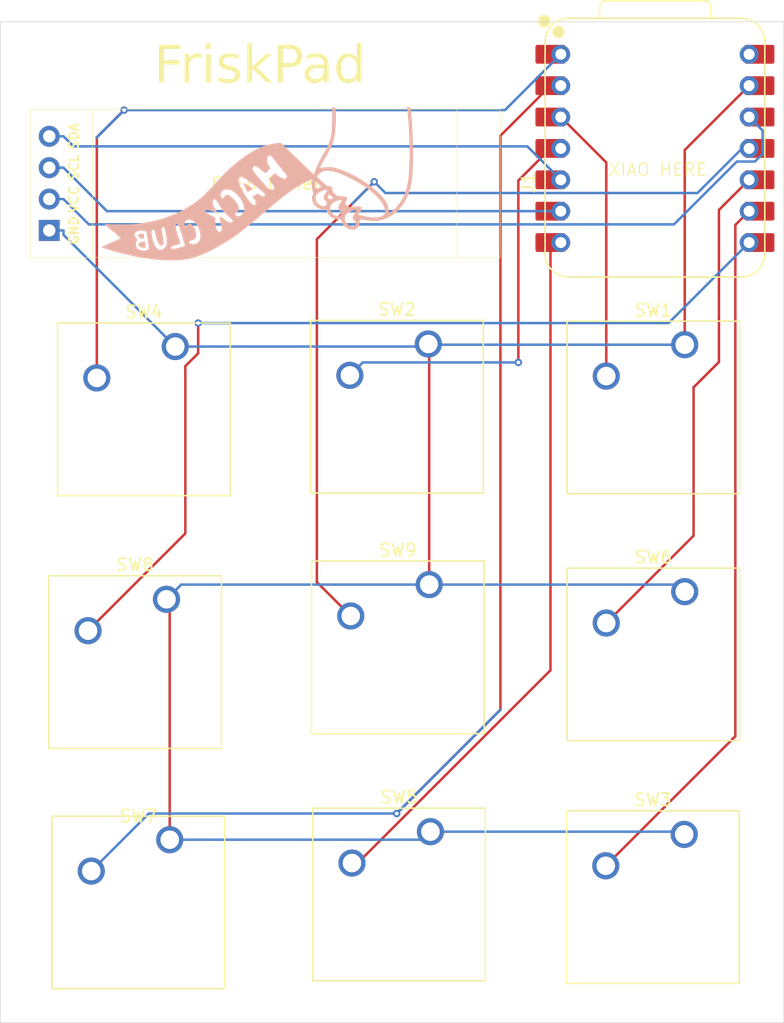
<source format=kicad_pcb>
(kicad_pcb (version 20241229) (generator "pcbnew") (generator_version "9.0")
  (layers (0 "F.Cu" signal) (2 "B.Cu" signal) (13 "F.Paste" user) (15 "B.Paste" user) (5 "F.SilkS" user "F.Silkscreen") (7 "B.SilkS" user "B.Silkscreen") (1 "F.Mask" user) (3 "B.Mask" user) (25 "Edge.Cuts" user))
  (net 0 "")
  (net 1 "Net-(J1-Pin_2)")
  (net 2 "GND")
  (net 3 "Net-(J1-Pin_4)")
  (net 4 "Net-(J1-Pin_3)")
  (net 5 "Net-(U1-GPIO28{slash}ADC2{slash}A2)")
  (net 6 "Net-(U1-GPIO29{slash}ADC3{slash}A3)")
  (net 7 "Net-(U1-GPIO2{slash}SCK)")
  (net 8 "Net-(U1-GPIO26{slash}ADC0{slash}A0)")
  (net 9 "Net-(U1-GPIO0{slash}TX)")
  (net 10 "Net-(U1-GPIO4{slash}MISO)")
  (net 11 "Net-(U1-GPIO27{slash}ADC1{slash}A1)")
  (net 12 "Net-(U1-GPIO1{slash}RX)")
  (net 13 "Net-(U1-GPIO3{slash}MOSI)")
  (footprint "Button_Switch_Keyboard:SW_Cherry_MX_1.00u_PCB" (layer "F.Cu") (at 176.1 126.9)
    (property "Reference" "SW3" (at -2.54 -2.794 0) (layer "F.SilkS"))
    (property "Value" "SW_Push")
    (fp_line (start -9.525 -1.905) (end 4.445 -1.905) (stroke (width 0.12)) (layer "F.SilkS"))
    (fp_line (start -9.525 12.065) (end -9.525 -1.905) (stroke (width 0.12)) (layer "F.SilkS"))
    (fp_line (start 4.445 -1.905) (end 4.445 12.065) (stroke (width 0.12)) (layer "F.SilkS"))
    (fp_line (start 4.445 12.065) (end -9.525 12.065) (stroke (width 0.12)) (layer "F.SilkS"))
    (pad "" np_thru_hole circle (at -7.62 5.08) (size 1.7 1.7) (drill 1.7) (layers "*.Cu" "*.Mask"))
    (pad "" np_thru_hole circle (at -2.54 5.08) (size 4 4) (drill 4) (layers "*.Cu" "*.Mask"))
    (pad "" np_thru_hole circle (at 2.54 5.08) (size 1.7 1.7) (drill 1.7) (layers "*.Cu" "*.Mask"))
    (pad "1" thru_hole circle (at 0 0) (size 2.2 2.2) (drill 1.5) (layers "*.Cu" "*.Mask") (net 2 "GND"))
    (pad "2" thru_hole circle (at -6.35 2.54) (size 2.2 2.2) (drill 1.5) (layers "*.Cu" "*.Mask") (net 7 "Net-(U1-GPIO2{slash}SCK)"))
  )
  (footprint "gethin_library_fresh:SSD1306-0.91-OLED-4pin-128x32" (layer "F.Cu") (at 161.21 80.2 180)
    (property "Reference" "J1" (at -2.27 6.04 90) (layer "F.SilkS"))
    (property "Value" "Conn_01x04")
    (fp_line (start 38 12) (end 38 0) (stroke (width 0.04)) (layer "F.SilkS"))
    (fp_line (start 38 0) (end 0 0) (stroke (width 0.04)) (layer "F.SilkS"))
    (fp_line (start 33 0) (end 33 12) (stroke (width 0.04)) (layer "F.SilkS"))
    (fp_line (start 3.5 0) (end 3.5 12) (stroke (width 0.04)) (layer "F.SilkS"))
    (fp_line (start 0 12) (end 38 12) (stroke (width 0.04)) (layer "F.SilkS"))
    (fp_line (start 0 0) (end 0 12) (stroke (width 0.04)) (layer "F.SilkS"))
    (fp_text user "GND" (at 34.5 2.19 90) (layer "F.SilkS") (effects (font (size 0.75 0.75))))
    (fp_text user "OLED Panel" (at 19 6 0) (layer "F.SilkS"))
    (fp_text user "SDA" (at 34.5 9.81 90) (layer "F.SilkS") (effects (font (size 0.75 0.75))))
    (fp_text user "VCC" (at 34.5 4.73 90) (layer "F.SilkS") (effects (font (size 0.75 0.75))))
    (fp_text user "SCL" (at 34.5 7.27 90) (layer "F.SilkS") (effects (font (size 0.75 0.75))))
    (pad "1" thru_hole rect (at 36.5 2.19 180) (size 1.7 1.7) (drill 1) (layers "*.Cu" "*.Mask") (net 2 "GND"))
    (pad "2" thru_hole oval (at 36.5 4.73 180) (size 1.7 1.7) (drill 1) (layers "*.Cu" "*.Mask") (net 1 "Net-(J1-Pin_2)"))
    (pad "3" thru_hole oval (at 36.5 7.27 180) (size 1.7 1.7) (drill 1) (layers "*.Cu" "*.Mask") (net 4 "Net-(J1-Pin_3)"))
    (pad "4" thru_hole oval (at 36.5 9.81 180) (size 1.7 1.7) (drill 1) (layers "*.Cu" "*.Mask") (net 3 "Net-(J1-Pin_4)"))
  )
  (footprint "Button_Switch_Keyboard:SW_Cherry_MX_1.00u_PCB" (layer "F.Cu") (at 134.46 127.33)
    (property "Reference" "SW7" (at -2.54 -1.905 0) (layer "F.SilkS"))
    (property "Value" "SW_Push")
    (fp_line (start -9.525 -1.905) (end 4.445 -1.905) (stroke (width 0.12)) (layer "F.SilkS"))
    (fp_line (start -9.525 12.065) (end -9.525 -1.905) (stroke (width 0.12)) (layer "F.SilkS"))
    (fp_line (start 4.445 -1.905) (end 4.445 12.065) (stroke (width 0.12)) (layer "F.SilkS"))
    (fp_line (start 4.445 12.065) (end -9.525 12.065) (stroke (width 0.12)) (layer "F.SilkS"))
    (pad "" np_thru_hole circle (at -7.62 5.08) (size 1.7 1.7) (drill 1.7) (layers "*.Cu" "*.Mask"))
    (pad "" np_thru_hole circle (at -2.54 5.08) (size 4 4) (drill 4) (layers "*.Cu" "*.Mask"))
    (pad "" np_thru_hole circle (at 2.54 5.08) (size 1.7 1.7) (drill 1.7) (layers "*.Cu" "*.Mask"))
    (pad "1" thru_hole circle (at 0 0) (size 2.2 2.2) (drill 1.5) (layers "*.Cu" "*.Mask") (net 2 "GND"))
    (pad "2" thru_hole circle (at -6.35 2.54) (size 2.2 2.2) (drill 1.5) (layers "*.Cu" "*.Mask") (net 11 "Net-(U1-GPIO27{slash}ADC1{slash}A1)"))
  )
  (footprint "gethin_footprints:XIAO-RP2040-DIP" (layer "F.Cu") (at 173.73 71.37)
    (property "Reference" "U1" (hide yes))
    (property "Value" "XIAO-RP2040-DIP")
    (fp_line (start -8.89 8.509) (end -8.89 -8.636) (stroke (width 0.127)) (layer "F.SilkS"))
    (fp_line (start -6.985 10.414) (end 6.985 10.414) (stroke (width 0.127)) (layer "F.SilkS"))
    (fp_line (start -4.495 -10.541) (end -4.491272 -11.451272) (stroke (width 0.127)) (layer "F.SilkS"))
    (fp_line (start -3.991272 -11.951) (end 4.004 -11.951) (stroke (width 0.127)) (layer "F.SilkS"))
    (fp_line (start 4.504 -11.451) (end 4.504 -10.541) (stroke (width 0.127)) (layer "F.SilkS"))
    (fp_line (start 6.985 -10.541) (end -6.985 -10.541) (stroke (width 0.1)) (layer "F.SilkS"))
    (fp_line (start 6.985 -10.541) (end -6.985 -10.541) (stroke (width 0.127)) (layer "F.SilkS"))
    (fp_line (start 8.89 8.509) (end 8.89 -8.636) (stroke (width 0.127)) (layer "F.SilkS"))
    (fp_arc (start -8.89 -8.636) (mid -8.332038 -9.983038) (end -6.985 -10.541) (stroke (width 0.127)) (layer "F.SilkS"))
    (fp_arc (start -6.985 10.414) (mid -8.332038 9.856038) (end -8.89 8.509) (stroke (width 0.127)) (layer "F.SilkS"))
    (fp_arc (start -4.491272 -11.451272) (mid -4.344724 -11.804644) (end -3.991272 -11.951) (stroke (width 0.127)) (layer "F.SilkS"))
    (fp_arc (start 4.004 -11.951) (mid 4.357553 -11.804553) (end 4.504 -11.451) (stroke (width 0.127)) (layer "F.SilkS"))
    (fp_arc (start 6.985 -10.541) (mid 8.332038 -9.983038) (end 8.89 -8.636) (stroke (width 0.127)) (layer "F.SilkS"))
    (fp_arc (start 8.89 8.509) (mid 8.332038 9.856038) (end 6.985 10.414) (stroke (width 0.127)) (layer "F.SilkS"))
    (fp_circle (center -8.95 -10.3) (end -8.95 -10.554) (stroke (width 0.5)) (fill yes) (layer "F.SilkS"))
    (fp_circle (center -7.807 -9.42) (end -7.807 -9.674) (stroke (width 0.5)) (fill yes) (layer "F.SilkS"))
    (pad "1" smd roundrect (at -8.455 -7.62 180) (size 2.432 1.524) (layers "F.Cu" "F.Mask") (roundrect_rratio 0.1) (net 8 "Net-(U1-GPIO26{slash}ADC0{slash}A0)"))
    (pad "1" thru_hole circle (at -7.62 -7.62 180) (size 1.524 1.524) (drill 0.889) (layers "*.Cu" "*.Mask") (net 8 "Net-(U1-GPIO26{slash}ADC0{slash}A0)"))
    (pad "2" smd roundrect (at -8.455 -5.08 180) (size 2.432 1.524) (layers "F.Cu" "F.Mask") (roundrect_rratio 0.1) (net 11 "Net-(U1-GPIO27{slash}ADC1{slash}A1)"))
    (pad "2" thru_hole circle (at -7.62 -5.08 180) (size 1.524 1.524) (drill 0.889) (layers "*.Cu" "*.Mask") (net 11 "Net-(U1-GPIO27{slash}ADC1{slash}A1)"))
    (pad "3" smd roundrect (at -8.455 -2.54 180) (size 2.432 1.524) (layers "F.Cu" "F.Mask") (roundrect_rratio 0.1) (net 5 "Net-(U1-GPIO28{slash}ADC2{slash}A2)"))
    (pad "3" thru_hole circle (at -7.62 -2.54 180) (size 1.524 1.524) (drill 0.889) (layers "*.Cu" "*.Mask") (net 5 "Net-(U1-GPIO28{slash}ADC2{slash}A2)"))
    (pad "4" smd roundrect (at -8.455 0 180) (size 2.432 1.524) (layers "F.Cu" "F.Mask") (roundrect_rratio 0.1) (net 6 "Net-(U1-GPIO29{slash}ADC3{slash}A3)"))
    (pad "4" thru_hole circle (at -7.62 0 180) (size 1.524 1.524) (drill 0.889) (layers "*.Cu" "*.Mask") (net 6 "Net-(U1-GPIO29{slash}ADC3{slash}A3)"))
    (pad "5" smd roundrect (at -8.455 2.54 180) (size 2.432 1.524) (layers "F.Cu" "F.Mask") (roundrect_rratio 0.1) (net 3 "Net-(J1-Pin_4)"))
    (pad "5" thru_hole circle (at -7.62 2.54 180) (size 1.524 1.524) (drill 0.889) (layers "*.Cu" "*.Mask") (net 3 "Net-(J1-Pin_4)"))
    (pad "6" smd roundrect (at -8.455 5.08 180) (size 2.432 1.524) (layers "F.Cu" "F.Mask") (roundrect_rratio 0.1) (net 4 "Net-(J1-Pin_3)"))
    (pad "6" thru_hole circle (at -7.62 5.08 180) (size 1.524 1.524) (drill 0.889) (layers "*.Cu" "*.Mask") (net 4 "Net-(J1-Pin_3)"))
    (pad "7" smd roundrect (at -8.455 7.62 180) (size 2.432 1.524) (layers "F.Cu" "F.Mask") (roundrect_rratio 0.1) (net 9 "Net-(U1-GPIO0{slash}TX)"))
    (pad "7" thru_hole circle (at -7.62 7.62 180) (size 1.524 1.524) (drill 0.889) (layers "*.Cu" "*.Mask") (net 9 "Net-(U1-GPIO0{slash}TX)"))
    (pad "8" thru_hole circle (at 7.62 7.62) (size 1.524 1.524) (drill 0.889) (layers "*.Cu" "*.Mask") (net 12 "Net-(U1-GPIO1{slash}RX)"))
    (pad "8" smd roundrect (at 8.455 7.62) (size 2.432 1.524) (layers "F.Cu" "F.Mask") (roundrect_rratio 0.1) (net 12 "Net-(U1-GPIO1{slash}RX)"))
    (pad "9" thru_hole circle (at 7.62 5.08) (size 1.524 1.524) (drill 0.889) (layers "*.Cu" "*.Mask") (net 7 "Net-(U1-GPIO2{slash}SCK)"))
    (pad "9" smd roundrect (at 8.455 5.08) (size 2.432 1.524) (layers "F.Cu" "F.Mask") (roundrect_rratio 0.1) (net 7 "Net-(U1-GPIO2{slash}SCK)"))
    (pad "10" thru_hole circle (at 7.62 2.54) (size 1.524 1.524) (drill 0.889) (layers "*.Cu" "*.Mask") (net 10 "Net-(U1-GPIO4{slash}MISO)"))
    (pad "10" smd roundrect (at 8.455 2.54) (size 2.432 1.524) (layers "F.Cu" "F.Mask") (roundrect_rratio 0.1) (net 10 "Net-(U1-GPIO4{slash}MISO)"))
    (pad "11" thru_hole circle (at 7.62 0) (size 1.524 1.524) (drill 0.889) (layers "*.Cu" "*.Mask") (net 13 "Net-(U1-GPIO3{slash}MOSI)"))
    (pad "11" smd roundrect (at 8.455 0) (size 2.432 1.524) (layers "F.Cu" "F.Mask") (roundrect_rratio 0.1) (net 13 "Net-(U1-GPIO3{slash}MOSI)"))
    (pad "12" thru_hole circle (at 7.62 -2.54) (size 1.524 1.524) (drill 0.889) (layers "*.Cu" "*.Mask") (net 1 "Net-(J1-Pin_2)"))
    (pad "12" smd roundrect (at 8.455 -2.54) (size 2.432 1.524) (layers "F.Cu" "F.Mask") (roundrect_rratio 0.1) (net 1 "Net-(J1-Pin_2)"))
    (pad "13" thru_hole circle (at 7.62 -5.08) (size 1.524 1.524) (drill 0.889) (layers "*.Cu" "*.Mask") (net 2 "GND"))
    (pad "13" smd roundrect (at 8.455 -5.08) (size 2.432 1.524) (layers "F.Cu" "F.Mask") (roundrect_rratio 0.1) (net 2 "GND"))
    (pad "14" thru_hole circle (at 7.62 -7.62) (size 1.524 1.524) (drill 0.889) (layers "*.Cu" "*.Mask"))
    (pad "14" smd roundrect (at 8.455 -7.62) (size 2.432 1.524) (layers "F.Cu" "F.Mask") (roundrect_rratio 0.1))
  )
  (footprint "Button_Switch_Keyboard:SW_Cherry_MX_1.00u_PCB" (layer "F.Cu") (at 134.2 107.87)
    (property "Reference" "SW8" (at -2.54 -2.794 0) (layer "F.SilkS"))
    (property "Value" "SW_Push")
    (fp_line (start -9.525 -1.905) (end 4.445 -1.905) (stroke (width 0.12)) (layer "F.SilkS"))
    (fp_line (start -9.525 12.065) (end -9.525 -1.905) (stroke (width 0.12)) (layer "F.SilkS"))
    (fp_line (start 4.445 -1.905) (end 4.445 12.065) (stroke (width 0.12)) (layer "F.SilkS"))
    (fp_line (start 4.445 12.065) (end -9.525 12.065) (stroke (width 0.12)) (layer "F.SilkS"))
    (pad "" np_thru_hole circle (at -7.62 5.08) (size 1.7 1.7) (drill 1.7) (layers "*.Cu" "*.Mask"))
    (pad "" np_thru_hole circle (at -2.54 5.08) (size 4 4) (drill 4) (layers "*.Cu" "*.Mask"))
    (pad "" np_thru_hole circle (at 2.54 5.08) (size 1.7 1.7) (drill 1.7) (layers "*.Cu" "*.Mask"))
    (pad "1" thru_hole circle (at 0 0) (size 2.2 2.2) (drill 1.5) (layers "*.Cu" "*.Mask") (net 2 "GND"))
    (pad "2" thru_hole circle (at -6.35 2.54) (size 2.2 2.2) (drill 1.5) (layers "*.Cu" "*.Mask") (net 12 "Net-(U1-GPIO1{slash}RX)"))
  )
  (footprint "Button_Switch_Keyboard:SW_Cherry_MX_1.00u_PCB" (layer "F.Cu") (at 176.14 107.25)
    (property "Reference" "SW6" (at -2.54 -2.794 0) (layer "F.SilkS"))
    (property "Value" "SW_Push")
    (fp_line (start -9.525 -1.905) (end 4.445 -1.905) (stroke (width 0.12)) (layer "F.SilkS"))
    (fp_line (start -9.525 12.065) (end -9.525 -1.905) (stroke (width 0.12)) (layer "F.SilkS"))
    (fp_line (start 4.445 -1.905) (end 4.445 12.065) (stroke (width 0.12)) (layer "F.SilkS"))
    (fp_line (start 4.445 12.065) (end -9.525 12.065) (stroke (width 0.12)) (layer "F.SilkS"))
    (pad "" np_thru_hole circle (at -7.62 5.08) (size 1.7 1.7) (drill 1.7) (layers "*.Cu" "*.Mask"))
    (pad "" np_thru_hole circle (at -2.54 5.08) (size 4 4) (drill 4) (layers "*.Cu" "*.Mask"))
    (pad "" np_thru_hole circle (at 2.54 5.08) (size 1.7 1.7) (drill 1.7) (layers "*.Cu" "*.Mask"))
    (pad "1" thru_hole circle (at 0 0) (size 2.2 2.2) (drill 1.5) (layers "*.Cu" "*.Mask") (net 2 "GND"))
    (pad "2" thru_hole circle (at -6.35 2.54) (size 2.2 2.2) (drill 1.5) (layers "*.Cu" "*.Mask") (net 10 "Net-(U1-GPIO4{slash}MISO)"))
  )
  (footprint "Button_Switch_Keyboard:SW_Cherry_MX_1.00u_PCB" (layer "F.Cu") (at 134.91 87.41)
    (property "Reference" "SW4" (at -2.54 -2.794 0) (layer "F.SilkS"))
    (property "Value" "SW_Push")
    (fp_line (start -9.525 -1.905) (end 4.445 -1.905) (stroke (width 0.12)) (layer "F.SilkS"))
    (fp_line (start -9.525 12.065) (end -9.525 -1.905) (stroke (width 0.12)) (layer "F.SilkS"))
    (fp_line (start 4.445 -1.905) (end 4.445 12.065) (stroke (width 0.12)) (layer "F.SilkS"))
    (fp_line (start 4.445 12.065) (end -9.525 12.065) (stroke (width 0.12)) (layer "F.SilkS"))
    (pad "" np_thru_hole circle (at -7.62 5.08) (size 1.7 1.7) (drill 1.7) (layers "*.Cu" "*.Mask"))
    (pad "" np_thru_hole circle (at -2.54 5.08) (size 4 4) (drill 4) (layers "*.Cu" "*.Mask"))
    (pad "" np_thru_hole circle (at 2.54 5.08) (size 1.7 1.7) (drill 1.7) (layers "*.Cu" "*.Mask"))
    (pad "1" thru_hole circle (at 0 0) (size 2.2 2.2) (drill 1.5) (layers "*.Cu" "*.Mask") (net 2 "GND"))
    (pad "2" thru_hole circle (at -6.35 2.54) (size 2.2 2.2) (drill 1.5) (layers "*.Cu" "*.Mask") (net 8 "Net-(U1-GPIO26{slash}ADC0{slash}A0)"))
  )
  (footprint "Button_Switch_Keyboard:SW_Cherry_MX_1.00u_PCB" (layer "F.Cu") (at 155.39 87.2)
    (property "Reference" "SW2" (at -2.54 -2.794 0) (layer "F.SilkS"))
    (property "Value" "SW_Push")
    (fp_line (start -9.525 -1.905) (end 4.445 -1.905) (stroke (width 0.12)) (layer "F.SilkS"))
    (fp_line (start -9.525 12.065) (end -9.525 -1.905) (stroke (width 0.12)) (layer "F.SilkS"))
    (fp_line (start 4.445 -1.905) (end 4.445 12.065) (stroke (width 0.12)) (layer "F.SilkS"))
    (fp_line (start 4.445 12.065) (end -9.525 12.065) (stroke (width 0.12)) (layer "F.SilkS"))
    (pad "" np_thru_hole circle (at -7.62 5.08) (size 1.7 1.7) (drill 1.7) (layers "*.Cu" "*.Mask"))
    (pad "" np_thru_hole circle (at -2.54 5.08) (size 4 4) (drill 4) (layers "*.Cu" "*.Mask"))
    (pad "" np_thru_hole circle (at 2.54 5.08) (size 1.7 1.7) (drill 1.7) (layers "*.Cu" "*.Mask"))
    (pad "1" thru_hole circle (at 0 0) (size 2.2 2.2) (drill 1.5) (layers "*.Cu" "*.Mask") (net 2 "GND"))
    (pad "2" thru_hole circle (at -6.35 2.54) (size 2.2 2.2) (drill 1.5) (layers "*.Cu" "*.Mask") (net 6 "Net-(U1-GPIO29{slash}ADC3{slash}A3)"))
  )
  (footprint "Button_Switch_Keyboard:SW_Cherry_MX_1.00u_PCB" (layer "F.Cu") (at 155.56 126.68)
    (property "Reference" "SW5" (at -2.54 -2.794 0) (layer "F.SilkS"))
    (property "Value" "SW_Push")
    (fp_line (start -9.525 -1.905) (end 4.445 -1.905) (stroke (width 0.12)) (layer "F.SilkS"))
    (fp_line (start -9.525 12.065) (end -9.525 -1.905) (stroke (width 0.12)) (layer "F.SilkS"))
    (fp_line (start 4.445 -1.905) (end 4.445 12.065) (stroke (width 0.12)) (layer "F.SilkS"))
    (fp_line (start 4.445 12.065) (end -9.525 12.065) (stroke (width 0.12)) (layer "F.SilkS"))
    (pad "" np_thru_hole circle (at -7.62 5.08) (size 1.7 1.7) (drill 1.7) (layers "*.Cu" "*.Mask"))
    (pad "" np_thru_hole circle (at -2.54 5.08) (size 4 4) (drill 4) (layers "*.Cu" "*.Mask"))
    (pad "" np_thru_hole circle (at 2.54 5.08) (size 1.7 1.7) (drill 1.7) (layers "*.Cu" "*.Mask"))
    (pad "1" thru_hole circle (at 0 0) (size 2.2 2.2) (drill 1.5) (layers "*.Cu" "*.Mask") (net 2 "GND"))
    (pad "2" thru_hole circle (at -6.35 2.54) (size 2.2 2.2) (drill 1.5) (layers "*.Cu" "*.Mask") (net 9 "Net-(U1-GPIO0{slash}TX)"))
  )
  (footprint "Button_Switch_Keyboard:SW_Cherry_MX_1.00u_PCB" (layer "F.Cu") (at 155.46 106.68)
    (property "Reference" "SW9" (at -2.54 -2.794 0) (layer "F.SilkS"))
    (property "Value" "SW_Push")
    (fp_line (start -9.525 -1.905) (end 4.445 -1.905) (stroke (width 0.12)) (layer "F.SilkS"))
    (fp_line (start -9.525 12.065) (end -9.525 -1.905) (stroke (width 0.12)) (layer "F.SilkS"))
    (fp_line (start 4.445 -1.905) (end 4.445 12.065) (stroke (width 0.12)) (layer "F.SilkS"))
    (fp_line (start 4.445 12.065) (end -9.525 12.065) (stroke (width 0.12)) (layer "F.SilkS"))
    (pad "" np_thru_hole circle (at -7.62 5.08) (size 1.7 1.7) (drill 1.7) (layers "*.Cu" "*.Mask"))
    (pad "" np_thru_hole circle (at -2.54 5.08) (size 4 4) (drill 4) (layers "*.Cu" "*.Mask"))
    (pad "" np_thru_hole circle (at 2.54 5.08) (size 1.7 1.7) (drill 1.7) (layers "*.Cu" "*.Mask"))
    (pad "1" thru_hole circle (at 0 0) (size 2.2 2.2) (drill 1.5) (layers "*.Cu" "*.Mask") (net 2 "GND"))
    (pad "2" thru_hole circle (at -6.35 2.54) (size 2.2 2.2) (drill 1.5) (layers "*.Cu" "*.Mask") (net 13 "Net-(U1-GPIO3{slash}MOSI)"))
  )
  (footprint "Button_Switch_Keyboard:SW_Cherry_MX_1.00u_PCB" (layer "F.Cu") (at 176.14 87.26)
    (property "Reference" "SW1" (at -2.54 -2.794 0) (layer "F.SilkS"))
    (property "Value" "SW_Push")
    (fp_line (start -9.525 -1.905) (end 4.445 -1.905) (stroke (width 0.12)) (layer "F.SilkS"))
    (fp_line (start -9.525 12.065) (end -9.525 -1.905) (stroke (width 0.12)) (layer "F.SilkS"))
    (fp_line (start 4.445 -1.905) (end 4.445 12.065) (stroke (width 0.12)) (layer "F.SilkS"))
    (fp_line (start 4.445 12.065) (end -9.525 12.065) (stroke (width 0.12)) (layer "F.SilkS"))
    (pad "" np_thru_hole circle (at -7.62 5.08) (size 1.7 1.7) (drill 1.7) (layers "*.Cu" "*.Mask"))
    (pad "" np_thru_hole circle (at -2.54 5.08) (size 4 4) (drill 4) (layers "*.Cu" "*.Mask"))
    (pad "" np_thru_hole circle (at 2.54 5.08) (size 1.7 1.7) (drill 1.7) (layers "*.Cu" "*.Mask"))
    (pad "1" thru_hole circle (at 0 0) (size 2.2 2.2) (drill 1.5) (layers "*.Cu" "*.Mask") (net 2 "GND"))
    (pad "2" thru_hole circle (at -6.35 2.54) (size 2.2 2.2) (drill 1.5) (layers "*.Cu" "*.Mask") (net 5 "Net-(U1-GPIO28{slash}ADC2{slash}A2)"))
  )
  (footprint "LOGO" (layer "B.Cu") (at 141.611711 75.169904 180)
    (property "Reference" "." (at 0 0 0) (layer "B.SilkS") (effects (font (size 1.5 1.5) (thickness 0.3)) (justify mirror)))
    (property "Value" "LOGO" (hide yes))
    (fp_poly (pts (xy 9.379735 -3.754692) (xy 9.560105 -3.801955) (xy 9.668189 -3.883793) (xy 9.70674 -3.983803) (xy 9.678506 -4.085581) (xy 9.586238 -4.172726) (xy 9.432687 -4.228832) (xy 9.298214 -4.240892) (xy 9.168802 -4.237212) (xy 9.086694 -4.227802) (xy 9.071428 -4.220446) (xy 9.080169 -4.168201) (xy 9.102595 -4.056216) (xy 9.12169 -3.965636) (xy 9.171952 -3.731272)) (fill yes) (layer "B.SilkS"))
    (fp_poly (pts (xy 9.371813 -3.084817) (xy 9.506848 -3.112658) (xy 9.593035 -3.130507) (xy 9.681558 -3.1841) (xy 9.707794 -3.27666) (xy 9.670621 -3.380162) (xy 9.605622 -3.44457) (xy 9.488089 -3.499306) (xy 9.364131 -3.517192) (xy 9.261897 -3.499247) (xy 9.209532 -3.446494) (xy 9.2075 -3.430133) (xy 9.216335 -3.324308) (xy 9.235741 -3.20388) (xy 9.266319 -3.106979) (xy 9.319572 -3.078523)) (fill yes) (layer "B.SilkS"))
    (fp_poly (pts (xy 1.168077 0.960231) (xy 1.171378 0.906885) (xy 1.133361 0.80239) (xy 1.051085 0.633995) (xy 1.045084 0.622368) (xy 0.953172 0.445677) (xy 0.889254 0.338523) (xy 0.837806 0.290853) (xy 0.783301 0.292609) (xy 0.710212 0.333739) (xy 0.655553 0.370105) (xy 0.541068 0.447703) (xy 0.45801 0.507085) (xy 0.438628 0.522494) (xy 0.458305 0.557375) (xy 0.53698 0.623967) (xy 0.65477 0.709185) (xy 0.791794 0.79994) (xy 0.928167 0.883147) (xy 1.044007 0.945718) (xy 1.119432 0.974567) (xy 1.126396 0.975179)) (fill yes) (layer "B.SilkS"))
    (fp_poly (pts (xy -12.192242 7.14375) (xy -12.054548 7.14375) (xy -12.082012 6.905625) (xy -12.135521 6.375864) (xy -12.179695 5.803731) (xy -12.214346 5.203302) (xy -12.239292 4.588655) (xy -12.254345 3.973866) (xy -12.25932 3.37301) (xy -12.254033 2.800166) (xy -12.238298 2.269408) (xy -12.211929 1.794814) (xy -12.174741 1.390461) (xy -12.1565 1.249482) (xy -12.047548 0.676403) (xy -11.892005 0.171192) (xy -11.684104 -0.279288) (xy -11.418081 -0.688177) (xy -11.183138 -0.968747) (xy -11.075016 -1.075549) (xy -10.942866 -1.191293) (xy -10.80771 -1.299391) (xy -10.690571 -1.383249) (xy -10.612472 -1.426277) (xy -10.60027 -1.42875) (xy -10.58688 -1.387484) (xy -10.579624 -1.337776) (xy -10.275613 -1.337776) (xy -10.220092 -1.521624) (xy -10.088098 -1.657603) (xy -9.879258 -1.746041) (xy -9.593197 -1.787267) (xy -9.472294 -1.790611) (xy -9.241228 -1.781304) (xy -8.981751 -1.756041) (xy -8.770993 -1.723919) (xy -8.579287 -1.684577) (xy -8.402738 -1.643777) (xy -8.276464 -1.609692) (xy -8.266999 -1.606653) (xy -8.116777 -1.557076) (xy -8.253925 -1.370584) (xy -8.357669 -1.194597) (xy -8.362829 -1.168964) (xy -7.964977 -1.168964) (xy -7.948772 -1.209959) (xy -7.895126 -1.305807) (xy -7.820939 -1.427259) (xy -7.705798 -1.645232) (xy -7.665467 -1.820501) (xy -7.699698 -1.961303) (xy -7.801429 -2.070921) (xy -7.91001 -2.183556) (xy -7.928511 -2.296972) (xy -7.857497 -2.415579) (xy -7.846786 -2.426607) (xy -7.731721 -2.501904) (xy -7.592054 -2.508947) (xy -7.452864 -2.469078) (xy -7.263903 -2.356495) (xy -7.111764 -2.188554) (xy -7.028333 -2.010872) (xy -7.014436 -1.801944) (xy -7.08445 -1.610441) (xy -7.232121 -1.443814) (xy -7.451194 -1.30951) (xy -7.686432 -1.226966) (xy -7.828583 -1.192129) (xy -7.929813 -1.171456) (xy -7.964977 -1.168964) (xy -8.362829 -1.168964) (xy -8.368763 -1.139482) (xy -7.030358 -1.139482) (xy -7.008294 -1.153058) (xy -6.947998 -1.094792) (xy -6.933858 -1.077232) (xy -6.894631 -1.023506) (xy -6.918119 -1.034769) (xy -6.950983 -1.060107) (xy -7.0138 -1.116059) (xy -7.030358 -1.139482) (xy -8.368763 -1.139482) (xy -8.385882 -1.054433) (xy -8.358536 -0.997857) (xy -6.848929 -0.997857) (xy -6.82625 -1.020535) (xy -6.803572 -0.997857) (xy -6.82625 -0.975178) (xy -6.848929 -0.997857) (xy -8.358536 -0.997857) (xy -8.337977 -0.955321) (xy -8.303339 -0.931417) (xy -8.193677 -0.901533) (xy -8.027926 -0.887322) (xy -7.839336 -0.888689) (xy -7.661152 -0.905542) (xy -7.53805 -0.933562) (xy -7.446614 -0.956837) (xy -7.369972 -0.943454) (xy -7.275214 -0.883438) (xy -7.213782 -0.835257) (xy -7.109652 -0.74411) (xy -7.04319 -0.67159) (xy -7.030358 -0.645902) (xy -7.056097 -0.583978) (xy -7.118305 -0.492163) (xy -7.121072 -0.488626) (xy -7.194017 -0.352535) (xy -6.785691 -0.352535) (xy -6.769486 -0.39353) (xy -6.71584 -0.489378) (xy -6.641653 -0.61083) (xy -6.526512 -0.828803) (xy -6.486182 -1.004072) (xy -6.520413 -1.144874) (xy -6.622143 -1.254493) (xy -6.730724 -1.367128) (xy -6.749226 -1.480543) (xy -6.678211 -1.599151) (xy -6.6675 -1.610178) (xy -6.552435 -1.685475) (xy -6.412769 -1.692519) (xy -6.273578 -1.65265) (xy -6.084617 -1.540067) (xy -5.932478 -1.372126) (xy -5.849047 -1.194443) (xy -5.835151 -0.985515) (xy -5.905165 -0.794013) (xy -6.052835 -0.627385) (xy -6.271908 -0.493082) (xy -6.507147 -0.410537) (xy -6.649297 -0.375701) (xy -6.750527 -0.355027) (xy -6.785691 -0.352535) (xy -7.194017 -0.352535) (xy -7.195354 -0.350041) (xy -7.20343 -0.222992) (xy -6.078982 -0.222992) (xy -5.976366 -0.279978) (xy -5.88636 -0.325457) (xy -5.826637 -0.325354) (xy -5.753251 -0.274436) (xy -5.723707 -0.249892) (xy -5.65382 -0.176817) (xy -5.650913 -0.108228) (xy -5.673155 -0.058633) (xy -5.720142 0.026928) (xy -5.744502 0.064936) (xy -5.783661 0.047894) (xy -5.864437 -0.017294) (xy -5.920349 -0.069239) (xy -6.078982 -0.222992) (xy -7.20343 -0.222992) (xy -7.203469 -0.222379) (xy -7.145236 -0.12853) (xy -7.124054 -0.114988) (xy -7.034812 -0.090835) (xy -6.887947 -0.073889) (xy -6.728737 -0.068035) (xy -6.563192 -0.065461) (xy -6.453941 -0.048455) (xy -6.366562 -0.003089) (xy -6.266636 0.084563) (xy -6.206705 0.143188) (xy -6.090041 0.264469) (xy -6.02942 0.35077) (xy -6.011916 0.426039) (xy -6.016339 0.463893) (xy -5.606406 0.463893) (xy -5.590201 0.422898) (xy -5.536555 0.327051) (xy -5.462367 0.205598) (xy -5.347226 -0.012375) (xy -5.306896 -0.187644) (xy -5.341127 -0.328446) (xy -5.442858 -0.438064) (xy -5.551438 -0.550699) (xy -5.56994 -0.664115) (xy -5.498925 -0.782722) (xy -5.488215 -0.79375) (xy -5.373149 -0.869046) (xy -5.233483 -0.87609) (xy -5.094293 -0.836221) (xy -4.905331 -0.723638) (xy -4.753193 -0.555697) (xy -4.669761 -0.378015) (xy -4.655865 -0.169086) (xy -4.725879 0.022416) (xy -4.873549 0.189044) (xy -5.092623 0.323347) (xy -5.327861 0.405891) (xy -5.470011 0.440728) (xy -5.571241 0.461401) (xy -5.606406 0.463893) (xy -6.016339 0.463893) (xy -6.01941 0.490173) (xy -6.011656 0.623348) (xy -5.94831 0.687947) (xy -5.120811 0.687947) (xy -4.907638 0.588958) (xy -4.775018 0.533449) (xy -4.69478 0.528181) (xy -4.648109 0.585071) (xy -4.616187 0.716035) (xy -4.605194 0.780498) (xy -4.592311 0.924976) (xy -4.599392 1.046729) (xy -4.60478 1.069136) (xy -4.625329 1.114033) (xy -4.657825 1.120344) (xy -4.717204 1.080331) (xy -4.8184 0.986257) (xy -4.878313 0.927433) (xy -5.120811 0.687947) (xy -5.94831 0.687947) (xy -5.926992 0.709686) (xy -5.766997 0.747828) (xy -5.717671 0.749658) (xy -5.640896 0.757625) (xy -5.564438 0.787289) (xy -5.473098 0.849224) (xy -5.351679 0.954003) (xy -5.184983 1.1122) (xy -5.155729 1.140612) (xy -4.778781 1.507364) (xy -2.327943 1.507364) (xy -2.309158 1.438007) (xy -2.280937 1.402952) (xy -2.164564 1.34804) (xy -2.004933 1.368405) (xy -1.80715 1.462583) (xy -1.62231 1.592106) (xy -1.351937 1.804523) (xy -1.10477 1.557356) (xy -0.857603 1.310189) (xy -1.08648 0.996244) (xy -1.214232 0.812344) (xy -1.28694 0.681276) (xy -1.309744 0.587995) (xy -1.287779 0.517453) (xy -1.260929 0.485322) (xy -1.166204 0.435802) (xy -1.039303 0.454968) (xy -0.922724 0.510268) (xy -0.837145 0.576596) (xy -0.707331 0.700019) (xy -0.545744 0.866821) (xy -0.364849 1.063284) (xy -0.177109 1.275692) (xy 0.005012 1.490329) (xy 0.16905 1.693479) (xy 0.256422 1.807937) (xy 0.378659 1.986837) (xy 0.438318 2.116973) (xy 0.437883 2.212794) (xy 0.379838 2.28875) (xy 0.343634 2.315121) (xy 0.255442 2.360689) (xy 0.177483 2.353491) (xy 0.105509 2.319574) (xy 0.008144 2.256971) (xy -0.128988 2.154968) (xy -0.277899 2.034485) (xy -0.292859 2.021801) (xy -0.423467 1.913214) (xy -0.52691 1.832215) (xy -0.584692 1.793152) (xy -0.589576 1.791608) (xy -0.632845 1.821482) (xy -0.718714 1.899183) (xy -0.811173 1.990359) (xy -1.006233 2.189111) (xy -0.879911 2.379997) (xy -0.782005 2.57597) (xy -0.736993 2.80389) (xy -0.73464 2.832841) (xy -0.727965 2.986288) (xy -0.740586 3.07801) (xy -0.779445 3.136152) (xy -0.816691 3.165543) (xy -0.9057 3.206288) (xy -0.995416 3.19437) (xy -1.096847 3.122564) (xy -1.221003 2.983643) (xy -1.344069 2.819351) (xy -1.476732 2.642703) (xy -1.644571 2.431153) (xy -1.821713 2.216896) (xy -1.923081 2.098856) (xy -2.107363 1.882353) (xy -2.232579 1.718777) (xy -2.304261 1.597367) (xy -2.327943 1.507364) (xy -4.778781 1.507364) (xy -4.755207 1.5303) (xy -4.906264 1.687355) (xy -5.104122 1.856356) (xy -5.315982 1.956626) (xy -5.561452 1.99375) (xy -5.860138 1.973318) (xy -5.892725 1.968473) (xy -6.129481 1.923756) (xy -6.364651 1.860455) (xy -6.616418 1.771942) (xy -6.902966 1.651586) (xy -7.242479 1.492758) (xy -7.373979 1.428435) (xy -7.945623 1.126537) (xy -8.46798 0.810643) (xy -8.93547 0.485662) (xy -9.342511 0.156502) (xy -9.683524 -0.171926) (xy -9.952927 -0.494716) (xy -10.14514 -0.806957) (xy -10.254581 -1.10374) (xy -10.255038 -1.105732) (xy -10.275613 -1.337776) (xy -10.579624 -1.337776) (xy -10.571142 -1.27967) (xy -10.557424 -1.13959) (xy -10.51773 -0.895928) (xy -10.43394 -0.661661) (xy -10.298106 -0.423344) (xy -10.102278 -0.167532) (xy -9.838507 0.119222) (xy -9.775697 0.182672) (xy -9.382604 0.537872) (xy -8.921518 0.890884) (xy -8.412729 1.229857) (xy -7.876525 1.542936) (xy -7.333196 1.818269) (xy -6.803033 2.044002) (xy -6.31033 2.207182) (xy -6.07962 2.259935) (xy -5.860916 2.282313) (xy -5.605794 2.279035) (xy -5.584616 2.277929) (xy -5.391994 2.264187) (xy -5.223484 2.246278) (xy -5.107901 2.227445) (xy -5.087369 2.221941) (xy -4.981344 2.187165) (xy -5.103988 2.431618) (xy -5.172382 2.561095) (xy -5.274751 2.746363) (xy -5.398654 2.965272) (xy -5.531651 3.195674) (xy -5.569078 3.25966) (xy -5.766675 3.609468) (xy -5.917403 3.910309) (xy -6.030267 4.184683) (xy -6.11427 4.455089) (xy -6.178417 4.744025) (xy -6.190993 4.813655) (xy -6.229613 5.089661) (xy -6.261052 5.420206) (xy -6.284009 5.777784) (xy -6.297184 6.134887) (xy -6.299279 6.464007) (xy -6.288991 6.737639) (xy -6.284513 6.792233) (xy -6.266664 6.968454) (xy -6.248352 7.07302) (xy -6.221021 7.124629) (xy -6.176112 7.141976) (xy -6.123613 7.14375) (xy -5.995679 7.14375) (xy -5.997205 6.293304) (xy -5.992255 5.799092) (xy -5.972802 5.377843) (xy -5.934831 5.012413) (xy -5.874324 4.685657) (xy -5.787266 4.380434) (xy -5.669641 4.079599) (xy -5.517432 3.766008) (xy -5.326624 3.422518) (xy -5.323363 3.416906) (xy -5.092913 3.008241) (xy -4.897787 2.636962) (xy -4.742705 2.312793) (xy -4.632388 2.045457) (xy -4.582782 1.891573) (xy -4.531094 1.696718) (xy -4.385994 1.817269) (xy -4.320422 1.876192) (xy -4.198217 1.990365) (xy -4.027768 2.151787) (xy -3.817465 2.352452) (xy -3.575697 2.584358) (xy -3.310854 2.8395) (xy -3.046124 3.095533) (xy -1.851355 4.253245) (xy -1.50208 4.224116) (xy -0.943218 4.133734) (xy -0.367636 3.954586) (xy 0.224205 3.68698) (xy 0.831843 3.331223) (xy 1.454819 2.887621) (xy 2.09267 2.356482) (xy 2.744936 1.738113) (xy 3.411156 1.032821) (xy 3.58733 0.834415) (xy 3.803479 0.594989) (xy 4.034171 0.351349) (xy 4.260253 0.122937) (xy 4.462571 -0.070807) (xy 4.593986 -0.18739) (xy 5.279099 -0.708455) (xy 6.007547 -1.15705) (xy 6.783796 -1.53511) (xy 7.612314 -1.844568) (xy 8.497568 -2.087359) (xy 9.36625 -2.253554) (xy 9.609056 -2.288408) (xy 9.841293 -2.314529) (xy 10.082979 -2.333101) (xy 10.354133 -2.345307) (xy 10.674773 -2.352331) (xy 11.064919 -2.355355) (xy 11.089821 -2.355432) (xy 11.402056 -2.354895) (xy 11.689912 -2.351692) (xy 11.93903 -2.346197) (xy 12.135051 -2.338788) (xy 12.263615 -2.329839) (xy 12.303125 -2.323689) (xy 12.393311 -2.310871) (xy 12.427857 -2.330224) (xy 12.394074 -2.370345) (xy 12.300102 -2.457046) (xy 12.157004 -2.580764) (xy 11.975843 -2.731938) (xy 11.767683 -2.901002) (xy 11.76567 -2.902616) (xy 11.560141 -3.070762) (xy 11.384693 -3.220744) (xy 11.249608 -3.343229) (xy 11.165165 -3.428886) (xy 11.141645 -3.468381) (xy 11.14201 -3.468776) (xy 11.194167 -3.497988) (xy 11.315141 -3.557347) (xy 11.490836 -3.640195) (xy 11.707155 -3.739871) (xy 11.917589 -3.835169) (xy 12.154562 -3.943249) (xy 12.359898 -4.039938) (xy 12.520407 -4.118775) (xy 12.622901 -4.173301) (xy 12.654642 -4.196209) (xy 12.612867 -4.223042) (xy 12.496051 -4.268793) (xy 12.316956 -4.329584) (xy 12.088346 -4.401542) (xy 11.822984 -4.480792) (xy 11.533633 -4.563457) (xy 11.233055 -4.645662) (xy 10.934014 -4.723533) (xy 10.84201 -4.746585) (xy 9.966631 -4.943026) (xy 9.111201 -5.094368) (xy 8.287004 -5.199436) (xy 7.505323 -5.257054) (xy 6.777442 -5.266043) (xy 6.184284 -5.232218) (xy 5.688619 -5.15868) (xy 5.175994 -5.029246) (xy 4.637296 -4.840558) (xy 4.063412 -4.589264) (xy 3.44523 -4.272008) (xy 3.191906 -4.130667) (xy 2.998402 -4.017954) (xy 5.935505 -4.017954) (xy 5.944143 -4.081222) (xy 5.960316 -4.101379) (xy 6.041868 -4.14023) (xy 6.203818 -4.191403) (xy 6.43709 -4.252255) (xy 6.644821 -4.300735) (xy 6.801064 -4.323096) (xy 6.941515 -4.321918) (xy 7.036325 -4.29857) (xy 7.055725 -4.281897) (xy 7.055087 -4.210701) (xy 6.980192 -4.13995) (xy 6.846807 -4.081262) (xy 6.751626 -4.057842) (xy 6.519604 -4.003252) (xy 6.373624 -3.94177) (xy 6.309138 -3.871231) (xy 6.304966 -3.84514) (xy 6.32053 -3.769936) (xy 6.351724 -3.667197) (xy 7.391168 -3.667197) (xy 7.399403 -3.908962) (xy 7.450257 -4.092261) (xy 7.547497 -4.229687) (xy 7.694886 -4.333835) (xy 7.718147 -4.345696) (xy 7.845352 -4.402364) (xy 7.934437 -4.414004) (xy 8.02661 -4.379582) (xy 8.101002 -4.33611) (xy 8.145545 -4.29905) (xy 8.845892 -4.29905) (xy 8.88588 -4.377726) (xy 8.996667 -4.43359) (xy 9.160366 -4.462911) (xy 9.35909 -4.461955) (xy 9.518685 -4.439459) (xy 9.709744 -4.363368) (xy 9.833286 -4.227248) (xy 9.886064 -4.035087) (xy 9.887857 -3.985826) (xy 9.869031 -3.809975) (xy 9.816931 -3.6935) (xy 9.814345 -3.690555) (xy 9.77252 -3.632406) (xy 9.778225 -3.577392) (xy 9.837828 -3.49428) (xy 9.859702 -3.468057) (xy 9.964968 -3.294721) (xy 9.983633 -3.137338) (xy 9.919589 -3.005533) (xy 9.776728 -2.908932) (xy 9.615714 -2.864636) (xy 9.490824 -2.85809) (xy 9.337352 -2.867847) (xy 9.188536 -2.889622) (xy 9.077617 -2.919131) (xy 9.043447 -2.938397) (xy 9.029983 -2.988368) (xy 9.007856 -3.109004) (xy 8.979872 -3.280986) (xy 8.948835 -3.484992) (xy 8.91755 -3.701702) (xy 8.888824 -3.911795) (xy 8.86546 -4.095951) (xy 8.850265 -4.234849) (xy 8.845892 -4.29905) (xy 8.145545 -4.29905) (xy 8.242213 -4.218621) (xy 8.359822 -4.046907) (xy 8.461584 -3.807455) (xy 8.527287 -3.593221) (xy 8.596237 -3.293875) (xy 8.622804 -3.056506) (xy 8.606694 -2.887488) (xy 8.563535 -2.806417) (xy 8.488757 -2.775433) (xy 8.417191 -2.833916) (xy 8.349625 -2.98065) (xy 8.286845 -3.214421) (xy 8.280678 -3.243412) (xy 8.217127 -3.48984) (xy 8.13675 -3.714586) (xy 8.047551 -3.90117) (xy 7.957531 -4.03311) (xy 7.874696 -4.093921) (xy 7.866961 -4.095478) (xy 7.768048 -4.074025) (xy 7.691331 -4.017748) (xy 7.654506 -3.971369) (xy 7.634908 -3.919529) (xy 7.632345 -3.842333) (xy 7.646623 -3.719885) (xy 7.677549 -3.53229) (xy 7.686132 -3.482805) (xy 7.734577 -3.201311) (xy 7.768016 -2.995467) (xy 7.78761 -2.851664) (xy 7.794523 -2.75629) (xy 7.789918 -2.695736) (xy 7.774957 -2.65639) (xy 7.758669 -2.633844) (xy 7.685604 -2.578198) (xy 7.619824 -2.599287) (xy 7.559906 -2.700155) (xy 7.504426 -2.883847) (xy 7.451963 -3.153406) (xy 7.421789 -3.354374) (xy 7.391168 -3.667197) (xy 6.351724 -3.667197) (xy 6.362148 -3.632867) (xy 6.422651 -3.456479) (xy 6.466039 -3.338495) (xy 6.546089 -3.100603) (xy 6.607784 -2.866606) (xy 6.648366 -2.653693) (xy 6.665078 -2.479053) (xy 6.655161 -2.359876) (xy 6.629761 -2.317923) (xy 6.555922 -2.319847) (xy 6.473389 -2.408168) (xy 6.384368 -2.579226) (xy 6.291067 -2.82936) (xy 6.257794 -2.934959) (xy 6.184921 -3.173134) (xy 6.107712 -3.421551) (xy 6.038293 -3.641343) (xy 6.010311 -3.728305) (xy 5.956771 -3.906208) (xy 5.935505 -4.017954) (xy 2.998402 -4.017954) (xy 2.792593 -3.898073) (xy 2.419775 -3.668719) (xy 2.061135 -3.433584) (xy 1.959841 -3.362624) (xy 4.654735 -3.362624) (xy 4.703286 -3.595255) (xy 4.823672 -3.778191) (xy 5.011964 -3.905135) (xy 5.214271 -3.961474) (xy 5.385859 -3.942414) (xy 5.491049 -3.8752) (xy 5.560015 -3.780058) (xy 5.546217 -3.709731) (xy 5.44674 -3.658734) (xy 5.365567 -3.639088) (xy 5.185366 -3.578143) (xy 5.074562 -3.472485) (xy 5.022575 -3.308294) (xy 5.015204 -3.181342) (xy 5.043899 -2.920422) (xy 5.122843 -2.677188) (xy 5.24132 -2.479515) (xy 5.313524 -2.405218) (xy 5.460165 -2.311896) (xy 5.587205 -2.302891) (xy 5.708398 -2.378161) (xy 5.733706 -2.403928) (xy 5.836735 -2.495488) (xy 5.906639 -2.506678) (xy 5.951389 -2.437999) (xy 5.957192 -2.417946) (xy 5.952981 -2.27804) (xy 5.888346 -2.132458) (xy 5.783368 -2.017336) (xy 5.713406 -1.979276) (xy 5.527096 -1.959247) (xy 5.338534 -2.020371) (xy 5.156067 -2.153706) (xy 4.988042 -2.350312) (xy 4.842806 -2.601249) (xy 4.728706 -2.897576) (xy 4.680267 -3.085857) (xy 4.654735 -3.362624) (xy 1.959841 -3.362624) (xy 1.704358 -3.183648) (xy 1.337128 -2.909891) (xy 0.947129 -2.603294) (xy 0.522046 -2.254836) (xy 0.291476 -2.05996) (xy 2.021995 -2.05996) (xy 2.025736 -2.109894) (xy 2.040339 -2.130903) (xy 2.142497 -2.18825) (xy 2.287947 -2.184852) (xy 2.458502 -2.126666) (xy 2.635973 -2.01965) (xy 2.78661 -1.886475) (xy 2.910117 -1.784872) (xy 3.019254 -1.746684) (xy 3.096875 -1.777185) (xy 3.105037 -1.788489) (xy 3.105879 -1.847634) (xy 3.087702 -1.974419) (xy 3.053878 -2.148576) (xy 3.020113 -2.298757) (xy 2.971315 -2.511148) (xy 2.944001 -2.655162) (xy 2.936709 -2.750182) (xy 2.947975 -2.815595) (xy 2.976335 -2.870785) (xy 2.976873 -2.871618) (xy 3.069843 -2.951923) (xy 3.180262 -2.949399) (xy 3.292599 -2.865725) (xy 3.317337 -2.834821) (xy 3.364663 -2.730832) (xy 3.409973 -2.565246) (xy 3.448384 -2.367132) (xy 3.475009 -2.165563) (xy 3.484964 -1.98961) (xy 3.477108 -1.884059) (xy 3.472379 -1.821578) (xy 3.498762 -1.773438) (xy 3.572785 -1.725632) (xy 3.710975 -1.664153) (xy 3.760776 -1.643661) (xy 3.984359 -1.536627) (xy 4.145903 -1.426254) (xy 4.236596 -1.320132) (xy 4.247625 -1.22585) (xy 4.247223 -1.224784) (xy 4.207672 -1.179026) (xy 4.123238 -1.172652) (xy 4.048717 -1.183895) (xy 3.88423 -1.223784) (xy 3.673438 -1.287848) (xy 3.453352 -1.364381) (xy 3.341721 -1.407558) (xy 3.308979 -1.40671) (xy 3.323418 -1.353689) (xy 3.388191 -1.239889) (xy 3.423869 -1.183275) (xy 3.575662 -0.92103) (xy 3.660598 -0.711468) (xy 3.680805 -0.54837) (xy 3.665591 -0.47753) (xy 3.606044 -0.360483) (xy 3.536983 -0.315231) (xy 3.453841 -0.344644) (xy 3.352047 -0.451594) (xy 3.227034 -0.63895) (xy 3.124262 -0.817671) (xy 3.010132 -1.013847) (xy 2.895663 -1.183136) (xy 2.766067 -1.342371) (xy 2.606557 -1.50838) (xy 2.402345 -1.697997) (xy 2.179698 -1.892778) (xy 2.069678 -1.993803) (xy 2.021995 -2.05996) (xy 0.291476 -2.05996) (xy 0.049563 -1.855497) (xy -0.15875 -1.67666) (xy -0.766878 -1.15727) (xy -0.887807 -1.056152) (xy 1.11989 -1.056152) (xy 1.139998 -1.27102) (xy 1.203359 -1.399073) (xy 1.310612 -1.528675) (xy 1.436246 -1.635565) (xy 1.554749 -1.695484) (xy 1.59206 -1.700892) (xy 1.710026 -1.679238) (xy 1.77191 -1.653939) (xy 1.846144 -1.573302) (xy 1.849053 -1.473187) (xy 1.780562 -1.389886) (xy 1.772465 -1.385285) (xy 1.625831 -1.278252) (xy 1.554603 -1.147404) (xy 1.556223 -0.980787) (xy 1.628132 -0.766451) (xy 1.636164 -0.748392) (xy 1.72726 -0.594699) (xy 1.864899 -0.417024) (xy 2.025757 -0.240927) (xy 2.186511 -0.091967) (xy 2.322301 0.003495) (xy 2.476994 0.061778) (xy 2.594023 0.04434) (xy 2.691796 -0.05323) (xy 2.715418 -0.090714) (xy 2.784142 -0.190604) (xy 2.841066 -0.245698) (xy 2.85273 -0.249464) (xy 2.938553 -0.208893) (xy 3.006356 -0.106323) (xy 3.038325 0.029529) (xy 3.038928 0.050659) (xy 2.997849 0.218409) (xy 2.887034 0.354785) (xy 2.72512 0.448895) (xy 2.530741 0.489852) (xy 2.325426 0.467573) (xy 2.079941 0.363033) (xy 1.841441 0.195209) (xy 1.620389 -0.020555) (xy 1.427246 -0.268917) (xy 1.272475 -0.534532) (xy 1.166535 -0.802058) (xy 1.11989 -1.056152) (xy -0.887807 -1.056152) (xy -1.312802 -0.700783) (xy -1.798287 -0.30578) (xy -2.225099 0.029158) (xy -2.226221 0.029996) (xy -0.566965 0.029996) (xy -0.554456 -0.055573) (xy -0.498011 -0.082705) (xy -0.436084 -0.081333) (xy -0.314784 -0.050056) (xy -0.174401 0.016217) (xy -0.137697 0.038898) (xy 0.029809 0.149748) (xy 0.24169 0.033229) (xy 0.359976 -0.03681) (xy 0.436885 -0.091926) (xy 0.453571 -0.112391) (xy 0.426214 -0.15895) (xy 0.354362 -0.253554) (xy 0.253348 -0.376055) (xy 0.249464 -0.38061) (xy 0.134149 -0.518528) (xy 0.071264 -0.60695) (xy 0.053119 -0.664308) (xy 0.072021 -0.709035) (xy 0.099785 -0.739321) (xy 0.207518 -0.787679) (xy 0.351433 -0.772542) (xy 0.443962 -0.732924) (xy 0.554185 -0.643078) (xy 0.692256 -0.487384) (xy 0.847543 -0.282142) (xy 1.009413 -0.043653) (xy 1.167234 0.211782) (xy 1.310373 0.467864) (xy 1.428199 0.708292) (xy 1.499526 0.885351) (xy 1.564689 1.1253) (xy 1.569517 1.303263) (xy 1.513464 1.425481) (xy 1.44773 1.476087) (xy 1.387667 1.493443) (xy 1.310328 1.484426) (xy 1.207674 1.444271) (xy 1.071669 1.368214) (xy 0.894277 1.251492) (xy 0.667458 1.08934) (xy 0.383178 0.876995) (xy 0.19412 0.733031) (xy -0.064337 0.533822) (xy -0.2583 0.38012) (xy -0.396491 0.26387) (xy -0.48763 0.177019) (xy -0.540436 0.111509) (xy -0.563631 0.059287) (xy -0.566965 0.029996) (xy -2.226221 0.029996) (xy -2.595003 0.30545) (xy -2.834764 0.474093) (xy -3.082642 0.635522) (xy -3.352848 0.799269) (xy -3.624811 0.95391) (xy -3.87796 1.088021) (xy -4.091721 1.190174) (xy -4.208885 1.237243) (xy -4.331608 1.279994) (xy -4.334672 0.91214) (xy -4.349848 0.645877) (xy -4.388625 0.439363) (xy -4.411733 0.374197) (xy -4.456451 0.251581) (xy -4.457802 0.157071) (xy -4.420008 0.046814) (xy -4.375553 -0.087279) (xy -4.354754 -0.204633) (xy -4.354539 -0.213989) (xy -4.396423 -0.472377) (xy -4.510772 -0.708185) (xy -4.682578 -0.907317) (xy -4.896832 -1.055678) (xy -5.138524 -1.139172) (xy -5.350172 -1.149021) (xy -5.469274 -1.14281) (xy -5.530666 -1.168989) (xy -5.566732 -1.249358) (xy -5.582327 -1.305298) (xy -5.686229 -1.529082) (xy -5.857363 -1.721608) (xy -6.074247 -1.867901) (xy -6.315395 -1.952986) (xy -6.529458 -1.965449) (xy -6.648582 -1.959262) (xy -6.709947 -1.985337) (xy -6.745866 -2.065203) (xy -6.761081 -2.119752) (xy -6.864914 -2.343332) (xy -7.036548 -2.538175) (xy -7.253837 -2.687306) (xy -7.494634 -2.773751) (xy -7.633592 -2.788468) (xy -7.86353 -2.75154) (xy -8.04159 -2.643442) (xy -8.159423 -2.47259) (xy -8.208683 -2.247402) (xy -8.209643 -2.207627) (xy -8.219153 -2.076231) (xy -8.257378 -1.996063) (xy -8.338864 -1.96083) (xy -8.478157 -1.964242) (xy -8.689655 -1.999975) (xy -9.200771 -2.068298) (xy -9.663705 -2.062432) (xy -10.076561 -1.982435) (xy -10.159467 -1.955252) (xy -10.64081 -1.741905) (xy -11.066988 -1.461049) (xy -11.441452 -1.109406) (xy -11.767649 -0.683698) (xy -12.049027 -0.180647) (xy -12.067818 -0.140994) (xy -12.203244 0.192473) (xy -12.313859 0.566981) (xy -12.403558 0.998404) (xy -12.476237 1.502612) (xy -12.480917 1.542143) (xy -12.502362 1.791318) (xy -12.518539 2.11655) (xy -12.529529 2.503341) (xy -12.535413 2.937192) (xy -12.536269 3.403604) (xy -12.53218 3.888078) (xy -12.523223 4.376115) (xy -12.509481 4.853216) (xy -12.491034 5.304883) (xy -12.467961 5.716616) (xy -12.45694 5.87375) (xy -12.428944 6.245356) (xy -12.405962 6.536368) (xy -12.385941 6.756631) (xy -12.36683 6.91599) (xy -12.346577 7.024291) (xy -12.32313 7.091378) (xy -12.294436 7.127097) (xy -12.258445 7.141292) (xy -12.213103 7.143808)) (fill yes) (layer "B.SilkS"))
  )
  (gr_rect (start 120.75 61.12) (end 184.16 142.14) (stroke (width 0.05)) (fill no) (layer "Edge.Cuts"))
  (gr_text "XIAO HERE\n" (at 169.92 73.67 -0) (layer "F.SilkS") (effects (font (size 1 1) (thickness 0.1)) (justify left bottom)))
  (gr_text "FriskPad" (at 133.17 66.54 0) (layer "F.SilkS") (effects (font (size 3 3) (thickness 0.1)) (justify left bottom)))
  (segment (start 182.185 68.83) (end 181.35 68.83) (width 0.2) (layer "F.Cu") (net 1))
  (segment (start 180.357 72.4337) (end 175.2713 77.5194) (width 0.2) (layer "B.Cu") (net 1))
  (segment (start 181.35 68.83) (end 182.4467 69.9267) (width 0.2) (layer "B.Cu") (net 1))
  (segment (start 127.9111 77.5194) (end 125.8617 75.47) (width 0.2) (layer "B.Cu") (net 1))
  (segment (start 181.8181 72.4337) (end 180.357 72.4337) (width 0.2) (layer "B.Cu") (net 1))
  (segment (start 175.2713 77.5194) (end 127.9111 77.5194) (width 0.2) (layer "B.Cu") (net 1))
  (segment (start 182.4467 69.9267) (end 182.4467 71.8051) (width 0.2) (layer "B.Cu") (net 1))
  (segment (start 182.4467 71.8051) (end 181.8181 72.4337) (width 0.2) (layer "B.Cu") (net 1))
  (segment (start 124.71 75.47) (end 125.8617 75.47) (width 0.2) (layer "B.Cu") (net 1))
  (segment (start 181.35 66.29) (end 176.14 71.5) (width 0.2) (layer "F.Cu") (net 2))
  (segment (start 155.46 87.27) (end 155.46 106.68) (width 0.2) (layer "F.Cu") (net 2))
  (segment (start 181.7262 66.29) (end 181.35 66.29) (width 0.2) (layer "F.Cu") (net 2))
  (segment (start 182.185 66.29) (end 181.7675 66.29) (width 0.2) (layer "F.Cu") (net 2))
  (segment (start 181.7675 66.29) (end 181.7262 66.29) (width 0.2) (layer "F.Cu") (net 2))
  (segment (start 155.39 87.2) (end 155.46 87.27) (width 0.2) (layer "F.Cu") (net 2))
  (segment (start 134.46 108.13) (end 134.46 127.33) (width 0.2) (layer "F.Cu") (net 2))
  (segment (start 176.14 71.5) (end 176.14 87.26) (width 0.2) (layer "F.Cu") (net 2))
  (segment (start 134.2 107.87) (end 134.46 108.13) (width 0.2) (layer "F.Cu") (net 2))
  (segment (start 125.8617 78.01) (end 125.8617 78.3617) (width 0.2) (layer "B.Cu") (net 2))
  (segment (start 154.91 127.33) (end 155.56 126.68) (width 0.2) (layer "B.Cu") (net 2))
  (segment (start 175.57 106.68) (end 155.46 106.68) (width 0.2) (layer "B.Cu") (net 2))
  (segment (start 134.2 107.87) (end 135.39 106.68) (width 0.2) (layer "B.Cu") (net 2))
  (segment (start 124.71 78.01) (end 125.8617 78.01) (width 0.2) (layer "B.Cu") (net 2))
  (segment (start 155.39 87.26) (end 155.39 87.2) (width 0.2) (layer "B.Cu") (net 2))
  (segment (start 125.8617 78.3617) (end 134.91 87.41) (width 0.2) (layer "B.Cu") (net 2))
  (segment (start 134.46 127.33) (end 154.91 127.33) (width 0.2) (layer "B.Cu") (net 2))
  (segment (start 155.24 87.41) (end 155.39 87.26) (width 0.2) (layer "B.Cu") (net 2))
  (segment (start 134.91 87.41) (end 155.24 87.41) (width 0.2) (layer "B.Cu") (net 2))
  (segment (start 135.39 106.68) (end 155.46 106.68) (width 0.2) (layer "B.Cu") (net 2))
  (segment (start 176.14 107.25) (end 175.57 106.68) (width 0.2) (layer "B.Cu") (net 2))
  (segment (start 176.1 126.9) (end 175.88 126.68) (width 0.2) (layer "B.Cu") (net 2))
  (segment (start 175.88 126.68) (end 155.56 126.68) (width 0.2) (layer "B.Cu") (net 2))
  (segment (start 155.39 87.26) (end 176.14 87.26) (width 0.2) (layer "B.Cu") (net 2))
  (segment (start 166.11 73.91) (end 165.275 73.91) (width 0.2) (layer "F.Cu") (net 3))
  (segment (start 124.71 70.39) (end 125.8617 70.39) (width 0.2) (layer "B.Cu") (net 3))
  (segment (start 166.11 73.91) (end 163.4044 71.2044) (width 0.2) (layer "B.Cu") (net 3))
  (segment (start 126.6761 71.2044) (end 125.8617 70.39) (width 0.2) (layer "B.Cu") (net 3))
  (segment (start 163.4044 71.2044) (end 126.6761 71.2044) (width 0.2) (layer "B.Cu") (net 3))
  (segment (start 166.11 76.45) (end 165.275 76.45) (width 0.2) (layer "F.Cu") (net 4))
  (segment (start 124.71 72.93) (end 125.8617 72.93) (width 0.2) (layer "B.Cu") (net 4))
  (segment (start 129.3817 76.45) (end 125.8617 72.93) (width 0.2) (layer "B.Cu") (net 4))
  (segment (start 166.11 76.45) (end 129.3817 76.45) (width 0.2) (layer "B.Cu") (net 4))
  (segment (start 166.11 68.83) (end 165.275 68.83) (width 0.2) (layer "F.Cu") (net 5))
  (segment (start 169.79 72.51) (end 169.79 89.8) (width 0.2) (layer "F.Cu") (net 5))
  (segment (start 166.11 68.83) (end 169.79 72.51) (width 0.2) (layer "F.Cu") (net 5))
  (segment (start 165.275 71.37) (end 162.6731 73.9719) (width 0.2) (layer "F.Cu") (net 6))
  (segment (start 162.6731 73.9719) (end 162.6731 88.6928) (width 0.2) (layer "F.Cu") (net 6))
  (segment (start 166.11 71.37) (end 165.275 71.37) (width 0.2) (layer "F.Cu") (net 6))
  (via (at 162.6731 88.6928) (size 0.6) (drill 0.3) (layers "F.Cu" "B.Cu") (net 6))
  (segment (start 150.0872 88.6928) (end 149.04 89.74) (width 0.2) (layer "B.Cu") (net 6))
  (segment (start 162.6731 88.6928) (end 150.0872 88.6928) (width 0.2) (layer "B.Cu") (net 6))
  (segment (start 181.35 76.45) (end 182.185 76.45) (width 0.2) (layer "F.Cu") (net 7))
  (segment (start 181.35 76.45) (end 180.2349 77.5651) (width 0.2) (layer "F.Cu") (net 7))
  (segment (start 180.2349 77.5651) (end 180.2349 118.9551) (width 0.2) (layer "F.Cu") (net 7))
  (segment (start 180.2349 118.9551) (end 169.75 129.44) (width 0.2) (layer "F.Cu") (net 7))
  (segment (start 166.11 63.75) (end 165.275 63.75) (width 0.2) (layer "F.Cu") (net 8))
  (segment (start 128.56 89.95) (end 128.56 70.4795) (width 0.2) (layer "F.Cu") (net 8))
  (segment (start 130.7699 68.2696) (end 128.56 70.4795) (width 0.2) (layer "F.Cu") (net 8))
  (segment (start 128.56 70.4795) (end 130.7699 68.2696) (width 0.2) (layer "F.Cu") (net 8))
  (segment (start 128.56 70.4795) (end 130.7699 68.2696) (width 0.2) (layer "F.Cu") (net 8))
  (via (at 130.7699 68.2696) (size 0.6) (drill 0.3) (layers "F.Cu" "B.Cu") (net 8))
  (segment (start 130.7699 68.2696) (end 128.56 70.4795) (width 0.2) (layer "B.Cu") (net 8))
  (segment (start 130.7699 68.2696) (end 161.5904 68.2696) (width 0.2) (layer "B.Cu") (net 8))
  (segment (start 161.5904 68.2696) (end 166.11 63.75) (width 0.2) (layer "B.Cu") (net 8))
  (segment (start 128.56 70.4795) (end 130.7699 68.2696) (width 0.2) (layer "B.Cu") (net 8))
  (segment (start 165.275 113.615) (end 165.275 78.99) (width 0.2) (layer "F.Cu") (net 9))
  (segment (start 166.11 78.99) (end 165.275 78.99) (width 0.2) (layer "F.Cu") (net 9))
  (segment (start 149.67 129.22) (end 165.275 113.615) (width 0.2) (layer "F.Cu") (net 9))
  (segment (start 149.21 129.22) (end 149.67 129.22) (width 0.2) (layer "F.Cu") (net 9))
  (segment (start 181.7262 73.91) (end 181.35 73.91) (width 0.2) (layer "F.Cu") (net 10))
  (segment (start 182.185 73.91) (end 181.7675 73.91) (width 0.2) (layer "F.Cu") (net 10))
  (segment (start 176.8566 102.7234) (end 169.79 109.79) (width 0.2) (layer "F.Cu") (net 10))
  (segment (start 176.8566 90.7121) (end 176.8566 102.7234) (width 0.2) (layer "F.Cu") (net 10))
  (segment (start 178.9085 76.3515) (end 178.9085 88.6602) (width 0.2) (layer "F.Cu") (net 10))
  (segment (start 178.9085 88.6602) (end 176.8566 90.7121) (width 0.2) (layer "F.Cu") (net 10))
  (segment (start 181.35 73.91) (end 178.9085 76.3515) (width 0.2) (layer "F.Cu") (net 10))
  (segment (start 181.7675 73.91) (end 181.7262 73.91) (width 0.2) (layer "F.Cu") (net 10))
  (segment (start 166.11 66.29) (end 165.275 66.29) (width 0.2) (layer "F.Cu") (net 11))
  (segment (start 161.2251 70.3399) (end 161.2251 116.814) (width 0.2) (layer "F.Cu") (net 11))
  (segment (start 152.8297 125.2094) (end 161.2251 116.814) (width 0.2) (layer "F.Cu") (net 11))
  (segment (start 161.2251 116.814) (end 152.8297 125.2094) (width 0.2) (layer "F.Cu") (net 11))
  (segment (start 161.2251 116.814) (end 152.8297 125.2094) (width 0.2) (layer "F.Cu") (net 11))
  (segment (start 165.275 66.29) (end 161.2251 70.3399) (width 0.2) (layer "F.Cu") (net 11))
  (via (at 152.8297 125.2094) (size 0.6) (drill 0.3) (layers "F.Cu" "B.Cu") (net 11))
  (segment (start 152.8297 125.2094) (end 132.7706 125.2094) (width 0.2) (layer "B.Cu") (net 11))
  (segment (start 161.2251 116.814) (end 152.8297 125.2094) (width 0.2) (layer "B.Cu") (net 11))
  (segment (start 132.7706 125.2094) (end 128.11 129.87) (width 0.2) (layer "B.Cu") (net 11))
  (segment (start 152.8297 125.2094) (end 161.2251 116.814) (width 0.2) (layer "B.Cu") (net 11))
  (segment (start 181.35 78.99) (end 182.185 78.99) (width 0.2) (layer "F.Cu") (net 12))
  (segment (start 136.7626 87.9574) (end 136.7626 85.5086) (width 0.2) (layer "F.Cu") (net 12))
  (segment (start 135.7232 102.5368) (end 135.7232 88.9968) (width 0.2) (layer "F.Cu") (net 12))
  (segment (start 135.7232 88.9968) (end 136.7626 87.9574) (width 0.2) (layer "F.Cu") (net 12))
  (segment (start 127.85 110.41) (end 135.7232 102.5368) (width 0.2) (layer "F.Cu") (net 12))
  (via (at 136.7626 85.5086) (size 0.6) (drill 0.3) (layers "F.Cu" "B.Cu") (net 12))
  (segment (start 174.8314 85.5086) (end 181.35 78.99) (width 0.2) (layer "B.Cu") (net 12))
  (segment (start 136.7626 85.5086) (end 174.8314 85.5086) (width 0.2) (layer "B.Cu") (net 12))
  (segment (start 149.2443 75.8366) (end 151.0097 74.0712) (width 0.2) (layer "F.Cu") (net 13))
  (segment (start 149.11 109.22) (end 146.3682 106.4782) (width 0.2) (layer "F.Cu") (net 13))
  (segment (start 151.0097 74.0712) (end 149.2443 75.8366) (width 0.2) (layer "F.Cu") (net 13))
  (segment (start 146.3682 106.4782) (end 146.3682 78.7127) (width 0.2) (layer "F.Cu") (net 13))
  (segment (start 146.3682 78.7127) (end 151.0097 74.0712) (width 0.2) (layer "F.Cu") (net 13))
  (segment (start 181.35 71.37) (end 182.185 71.37) (width 0.2) (layer "F.Cu") (net 13))
  (via (at 151.0097 74.0712) (size 0.6) (drill 0.3) (layers "F.Cu" "B.Cu") (net 13))
  (segment (start 177.1728 74.9793) (end 151.9178 74.9793) (width 0.2) (layer "B.Cu") (net 13))
  (segment (start 151.0097 74.0712) (end 149.2443 75.8366) (width 0.2) (layer "B.Cu") (net 13))
  (segment (start 180.7821 71.37) (end 177.1728 74.9793) (width 0.2) (layer "B.Cu") (net 13))
  (segment (start 149.2443 75.8366) (end 151.0097 74.0712) (width 0.2) (layer "B.Cu") (net 13))
  (segment (start 181.35 71.37) (end 180.7821 71.37) (width 0.2) (layer "B.Cu") (net 13))
  (segment (start 151.9178 74.9793) (end 151.0097 74.0712) (width 0.2) (layer "B.Cu") (net 13))
)
</source>
